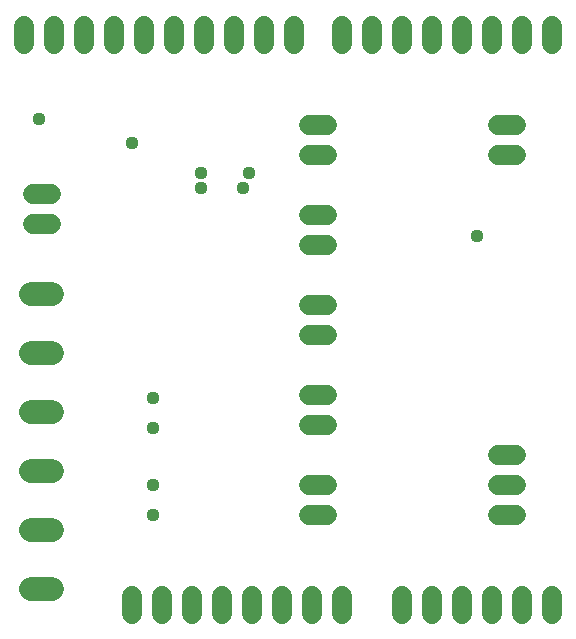
<source format=gbs>
G75*
G70*
%OFA0B0*%
%FSLAX24Y24*%
%IPPOS*%
%LPD*%
%AMOC8*
5,1,8,0,0,1.08239X$1,22.5*
%
%ADD10C,0.0680*%
%ADD11C,0.0785*%
%ADD12C,0.0437*%
D10*
X005350Y001150D02*
X005350Y001750D01*
X006350Y001750D02*
X006350Y001150D01*
X007350Y001150D02*
X007350Y001750D01*
X008350Y001750D02*
X008350Y001150D01*
X009350Y001150D02*
X009350Y001750D01*
X010350Y001750D02*
X010350Y001150D01*
X011350Y001150D02*
X011350Y001750D01*
X012350Y001750D02*
X012350Y001150D01*
X014350Y001150D02*
X014350Y001750D01*
X015350Y001750D02*
X015350Y001150D01*
X016350Y001150D02*
X016350Y001750D01*
X017350Y001750D02*
X017350Y001150D01*
X018350Y001150D02*
X018350Y001750D01*
X019350Y001750D02*
X019350Y001150D01*
X018150Y004450D02*
X017550Y004450D01*
X017550Y005450D02*
X018150Y005450D01*
X018150Y006450D02*
X017550Y006450D01*
X011850Y005450D02*
X011250Y005450D01*
X011250Y004450D02*
X011850Y004450D01*
X011850Y007450D02*
X011250Y007450D01*
X011250Y008450D02*
X011850Y008450D01*
X011850Y010450D02*
X011250Y010450D01*
X011250Y011450D02*
X011850Y011450D01*
X011850Y013450D02*
X011250Y013450D01*
X011250Y014450D02*
X011850Y014450D01*
X011850Y016450D02*
X011250Y016450D01*
X011250Y017450D02*
X011850Y017450D01*
X012350Y020150D02*
X012350Y020750D01*
X013350Y020750D02*
X013350Y020150D01*
X014350Y020150D02*
X014350Y020750D01*
X015350Y020750D02*
X015350Y020150D01*
X016350Y020150D02*
X016350Y020750D01*
X017350Y020750D02*
X017350Y020150D01*
X018350Y020150D02*
X018350Y020750D01*
X019350Y020750D02*
X019350Y020150D01*
X018150Y017450D02*
X017550Y017450D01*
X017550Y016450D02*
X018150Y016450D01*
X010750Y020150D02*
X010750Y020750D01*
X009750Y020750D02*
X009750Y020150D01*
X008750Y020150D02*
X008750Y020750D01*
X007750Y020750D02*
X007750Y020150D01*
X006750Y020150D02*
X006750Y020750D01*
X005750Y020750D02*
X005750Y020150D01*
X004750Y020150D02*
X004750Y020750D01*
X003750Y020750D02*
X003750Y020150D01*
X002750Y020150D02*
X002750Y020750D01*
X001750Y020750D02*
X001750Y020150D01*
X002050Y015150D02*
X002650Y015150D01*
X002650Y014150D02*
X002050Y014150D01*
D11*
X001990Y001981D02*
X002695Y001981D01*
X002695Y003950D02*
X001990Y003950D01*
X001990Y005919D02*
X002695Y005919D01*
X002695Y007881D02*
X001990Y007881D01*
X001990Y009850D02*
X002695Y009850D01*
X002695Y011819D02*
X001990Y011819D01*
D12*
X006050Y008350D03*
X006050Y007350D03*
X006050Y005450D03*
X006050Y004450D03*
X007650Y015350D03*
X007650Y015850D03*
X009050Y015350D03*
X009250Y015850D03*
X005350Y016850D03*
X002250Y017650D03*
X016850Y013750D03*
M02*

</source>
